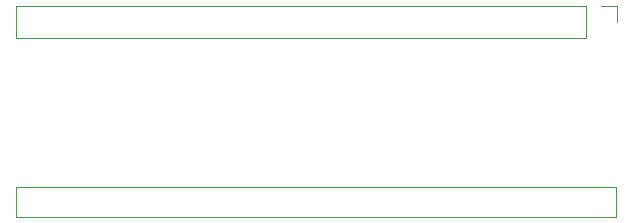
<source format=gbr>
%TF.GenerationSoftware,KiCad,Pcbnew,(6.0.4)*%
%TF.CreationDate,2022-09-11T20:25:19+10:00*%
%TF.ProjectId,pcb,7063622e-6b69-4636-9164-5f7063625858,rev?*%
%TF.SameCoordinates,Original*%
%TF.FileFunction,Legend,Top*%
%TF.FilePolarity,Positive*%
%FSLAX46Y46*%
G04 Gerber Fmt 4.6, Leading zero omitted, Abs format (unit mm)*
G04 Created by KiCad (PCBNEW (6.0.4)) date 2022-09-11 20:25:19*
%MOMM*%
%LPD*%
G01*
G04 APERTURE LIST*
%ADD10C,0.120000*%
G04 APERTURE END LIST*
D10*
%TO.C,U1*%
X92960000Y-3180000D02*
X92960000Y-520000D01*
X141280000Y-520000D02*
X141280000Y-3180000D01*
X142550000Y-520000D02*
X143880000Y-520000D01*
X141280000Y-3180000D02*
X92960000Y-3180000D01*
X93020000Y-15820000D02*
X143820000Y-15820000D01*
X92960000Y-520000D02*
X141280000Y-520000D01*
X93020000Y-18360000D02*
X93020000Y-15820000D01*
X143820000Y-15820000D02*
X143820000Y-18360000D01*
X143820000Y-18360000D02*
X93020000Y-18360000D01*
X143880000Y-520000D02*
X143880000Y-1850000D01*
%TD*%
M02*

</source>
